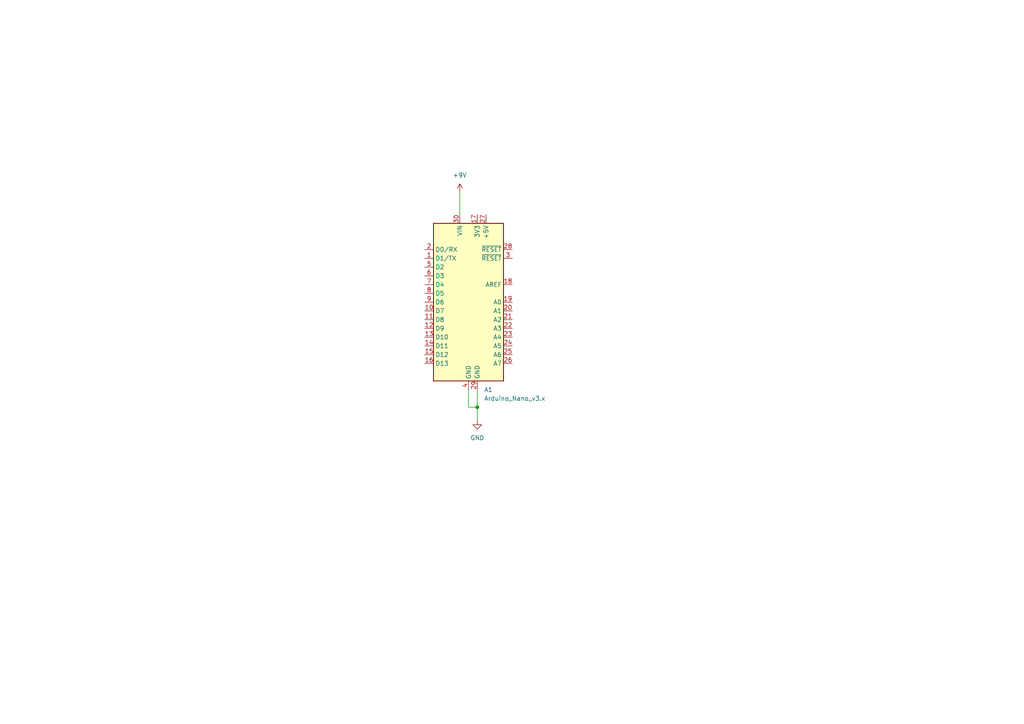
<source format=kicad_sch>
(kicad_sch (version 20230121) (generator eeschema)
  (paper "A4")
  (lib_symbols
    (symbol "MCU_Module:Arduino_Nano_v3.x"
      (property "Reference" "A" (at -10.16 23.495 0))
      (property "Value" "Arduino_Nano_v3.x" (at 5.08 -24.13 0))
      (symbol "Arduino_Nano_v3.x_0_1"
        (rectangle (start -10.16 22.86) (end 10.16 -22.86) (stroke (width 0.254)) (fill (type background)))
      )
      (symbol "Arduino_Nano_v3.x_1_1"
        (pin bidirectional line (at -12.7 12.7 0) (length 2.54) (name "D1/TX") (number "1"))
        (pin bidirectional line (at -12.7 -2.54 0) (length 2.54) (name "D7") (number "10"))
        (pin bidirectional line (at -12.7 -5.08 0) (length 2.54) (name "D8") (number "11"))
        (pin bidirectional line (at -12.7 -7.62 0) (length 2.54) (name "D9") (number "12"))
        (pin bidirectional line (at -12.7 -10.16 0) (length 2.54) (name "D10") (number "13"))
        (pin bidirectional line (at -12.7 -12.7 0) (length 2.54) (name "D11") (number "14"))
        (pin bidirectional line (at -12.7 -15.24 0) (length 2.54) (name "D12") (number "15"))
        (pin bidirectional line (at -12.7 -17.78 0) (length 2.54) (name "D13") (number "16"))
        (pin power_out line (at 2.54 25.4 270) (length 2.54) (name "3V3") (number "17"))
        (pin input line (at 12.7 5.08 180) (length 2.54) (name "AREF") (number "18"))
        (pin bidirectional line (at 12.7 0 180) (length 2.54) (name "A0") (number "19"))
        (pin bidirectional line (at -12.7 15.24 0) (length 2.54) (name "D0/RX") (number "2"))
        (pin bidirectional line (at 12.7 -2.54 180) (length 2.54) (name "A1") (number "20"))
        (pin bidirectional line (at 12.7 -5.08 180) (length 2.54) (name "A2") (number "21"))
        (pin bidirectional line (at 12.7 -7.62 180) (length 2.54) (name "A3") (number "22"))
        (pin bidirectional line (at 12.7 -10.16 180) (length 2.54) (name "A4") (number "23"))
        (pin bidirectional line (at 12.7 -12.7 180) (length 2.54) (name "A5") (number "24"))
        (pin bidirectional line (at 12.7 -15.24 180) (length 2.54) (name "A6") (number "25"))
        (pin bidirectional line (at 12.7 -17.78 180) (length 2.54) (name "A7") (number "26"))
        (pin power_out line (at 5.08 25.4 270) (length 2.54) (name "+5V") (number "27"))
        (pin input line (at 12.7 15.24 180) (length 2.54) (name "~{RESET}") (number "28"))
        (pin power_in line (at 2.54 -25.4 90) (length 2.54) (name "GND") (number "29"))
        (pin input line (at 12.7 12.7 180) (length 2.54) (name "~{RESET}") (number "3"))
        (pin power_in line (at -2.54 25.4 270) (length 2.54) (name "VIN") (number "30"))
        (pin power_in line (at 0 -25.4 90) (length 2.54) (name "GND") (number "4"))
        (pin bidirectional line (at -12.7 10.16 0) (length 2.54) (name "D2") (number "5"))
        (pin bidirectional line (at -12.7 7.62 0) (length 2.54) (name "D3") (number "6"))
        (pin bidirectional line (at -12.7 5.08 0) (length 2.54) (name "D4") (number "7"))
        (pin bidirectional line (at -12.7 2.54 0) (length 2.54) (name "D5") (number "8"))
        (pin bidirectional line (at -12.7 0 0) (length 2.54) (name "D6") (number "9"))
      )
    )
    (symbol "power:+9V" (power) (pin_names (offset 0))
      (property "Value" "+9V" (at 0 3.556 0))
      (symbol "+9V_0_1"
        (polyline (pts (xy -0.762 1.27) (xy 0 2.54)))
        (polyline (pts (xy 0 0) (xy 0 2.54)))
        (polyline (pts (xy 0 2.54) (xy 0.762 1.27)))
      )
      (symbol "+9V_1_1"
        (pin power_in line (at 0 0 90) (length 0) hide (name "+9V") (number "1"))
      )
    )
    (symbol "power:GND" (power) (pin_names (offset 0))
      (property "Value" "GND" (at 0 -3.81 0))
      (symbol "GND_0_1"
        (polyline (pts (xy 0 0) (xy 0 -1.27) (xy 1.27 -1.27) (xy 0 -2.54) (xy -1.27 -1.27) (xy 0 -1.27)))
      )
      (symbol "GND_1_1"
        (pin power_in line (at 0 0 270) (length 0) hide (name "GND") (number "1"))
      )
    )
  )
  (junction (at 138.43 118.11))
  (wire (pts (xy 138.43 113.03) (xy 138.43 118.11)))
  (wire (pts (xy 135.89 118.11) (xy 138.43 118.11)))
  (wire (pts (xy 133.35 55.88) (xy 133.35 62.23)))
  (wire (pts (xy 135.89 113.03) (xy 135.89 118.11)))
  (wire (pts (xy 138.43 118.11) (xy 138.43 121.92)))
  (symbol (lib_id "power:GND") (at 138.43 121.92 0) (unit 1)
    (property "Reference" "#PWR02" (effects hide))
    (property "Value" "GND" (at 138.43 127 0))
  )
  (symbol (lib_id "MCU_Module:Arduino_Nano_v3.x") (at 135.89 87.63 0) (unit 1)
    (property "Reference" "A1" (at 140.3859 113.03 0) (effects (justify left)))
    (property "Value" "Arduino_Nano_v3.x" (at 140.3859 115.57 0) (effects (justify left)))
    (property "Footprint" "Module:Arduino_Nano" (effects hide))
    (property "Datasheet" "http://www.mouser.com/pdfdocs/Gravitech_Arduino_Nano3_0.pdf" (effects hide))
  )
  (symbol (lib_id "power:+9V") (at 133.35 55.88 0) (unit 1)
    (property "Reference" "#PWR01" (effects hide))
    (property "Value" "+9V" (at 133.35 50.8 0))
  )
)
</source>
